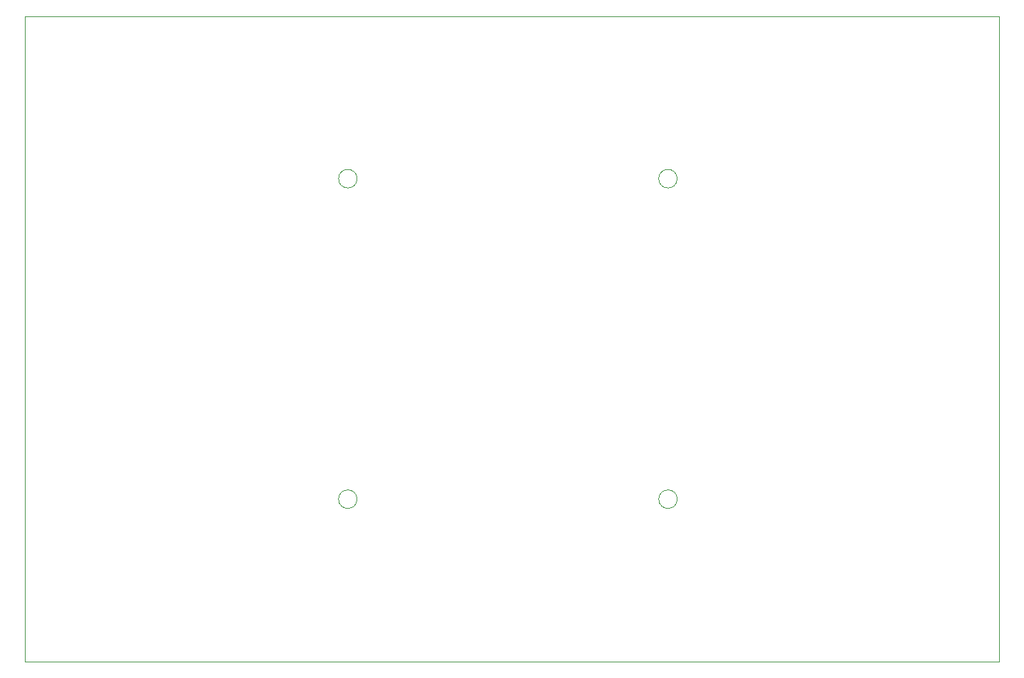
<source format=gbr>
%TF.GenerationSoftware,KiCad,Pcbnew,7.0.8*%
%TF.CreationDate,2024-10-11T08:32:43+09:00*%
%TF.ProjectId,cool642,636f6f6c-3634-4322-9e6b-696361645f70,rev?*%
%TF.SameCoordinates,Original*%
%TF.FileFunction,Profile,NP*%
%FSLAX46Y46*%
G04 Gerber Fmt 4.6, Leading zero omitted, Abs format (unit mm)*
G04 Created by KiCad (PCBNEW 7.0.8) date 2024-10-11 08:32:43*
%MOMM*%
%LPD*%
G01*
G04 APERTURE LIST*
%TA.AperFunction,Profile*%
%ADD10C,0.100000*%
%TD*%
G04 APERTURE END LIST*
D10*
X67770000Y-47620000D02*
G75*
G03*
X67770000Y-47620000I-1100000J0D01*
G01*
X29670000Y-47620000D02*
G75*
G03*
X29670000Y-47620000I-1100000J0D01*
G01*
X-9860000Y9820000D02*
X106090000Y9820000D01*
X106090000Y-66930000D01*
X-9860000Y-66930000D01*
X-9860000Y9820000D01*
X29670000Y-9480000D02*
G75*
G03*
X29670000Y-9480000I-1100000J0D01*
G01*
X67760000Y-9480000D02*
G75*
G03*
X67760000Y-9480000I-1100000J0D01*
G01*
M02*

</source>
